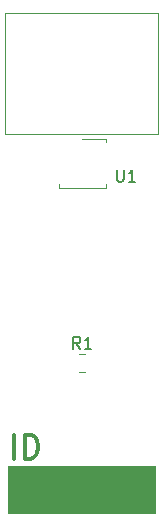
<source format=gto>
G04 #@! TF.GenerationSoftware,KiCad,Pcbnew,5.1.9+dfsg1-1~bpo10+1*
G04 #@! TF.CreationDate,2021-02-28T16:16:29+00:00*
G04 #@! TF.ProjectId,feederFloor,66656564-6572-4466-9c6f-6f722e6b6963,rev?*
G04 #@! TF.SameCoordinates,Original*
G04 #@! TF.FileFunction,Legend,Top*
G04 #@! TF.FilePolarity,Positive*
%FSLAX46Y46*%
G04 Gerber Fmt 4.6, Leading zero omitted, Abs format (unit mm)*
G04 Created by KiCad (PCBNEW 5.1.9+dfsg1-1~bpo10+1) date 2021-02-28 16:16:29*
%MOMM*%
%LPD*%
G01*
G04 APERTURE LIST*
%ADD10C,0.300000*%
%ADD11C,0.100000*%
%ADD12C,0.120000*%
%ADD13C,0.150000*%
G04 APERTURE END LIST*
D10*
X186000000Y-57904761D02*
X186000000Y-55904761D01*
X186952380Y-57904761D02*
X186952380Y-55904761D01*
X187428571Y-55904761D01*
X187714285Y-56000000D01*
X187904761Y-56190476D01*
X188000000Y-56380952D01*
X188095238Y-56761904D01*
X188095238Y-57047619D01*
X188000000Y-57428571D01*
X187904761Y-57619047D01*
X187714285Y-57809523D01*
X187428571Y-57904761D01*
X186952380Y-57904761D01*
D11*
G36*
X198000000Y-62500000D02*
G01*
X185500000Y-62500000D01*
X185500000Y-58500000D01*
X198000000Y-58500000D01*
X198000000Y-62500000D01*
G37*
X198000000Y-62500000D02*
X185500000Y-62500000D01*
X185500000Y-58500000D01*
X198000000Y-58500000D01*
X198000000Y-62500000D01*
D12*
X191572936Y-49065000D02*
X192027064Y-49065000D01*
X191572936Y-50535000D02*
X192027064Y-50535000D01*
X185230900Y-20163500D02*
X185230900Y-30413500D01*
X198230900Y-20163500D02*
X185230900Y-20163500D01*
X198230900Y-30413500D02*
X198230900Y-20163500D01*
X185230900Y-30413500D02*
X198230900Y-30413500D01*
X193790000Y-34695000D02*
X193790000Y-34980000D01*
X189810000Y-34980000D02*
X193790000Y-34980000D01*
X189810000Y-34695000D02*
X189810000Y-34980000D01*
X193790000Y-30820000D02*
X193790000Y-31105000D01*
X191800000Y-30820000D02*
X193790000Y-30820000D01*
D13*
X191633333Y-48602380D02*
X191300000Y-48126190D01*
X191061904Y-48602380D02*
X191061904Y-47602380D01*
X191442857Y-47602380D01*
X191538095Y-47650000D01*
X191585714Y-47697619D01*
X191633333Y-47792857D01*
X191633333Y-47935714D01*
X191585714Y-48030952D01*
X191538095Y-48078571D01*
X191442857Y-48126190D01*
X191061904Y-48126190D01*
X192585714Y-48602380D02*
X192014285Y-48602380D01*
X192300000Y-48602380D02*
X192300000Y-47602380D01*
X192204761Y-47745238D01*
X192109523Y-47840476D01*
X192014285Y-47888095D01*
X194738095Y-33452380D02*
X194738095Y-34261904D01*
X194785714Y-34357142D01*
X194833333Y-34404761D01*
X194928571Y-34452380D01*
X195119047Y-34452380D01*
X195214285Y-34404761D01*
X195261904Y-34357142D01*
X195309523Y-34261904D01*
X195309523Y-33452380D01*
X196309523Y-34452380D02*
X195738095Y-34452380D01*
X196023809Y-34452380D02*
X196023809Y-33452380D01*
X195928571Y-33595238D01*
X195833333Y-33690476D01*
X195738095Y-33738095D01*
M02*

</source>
